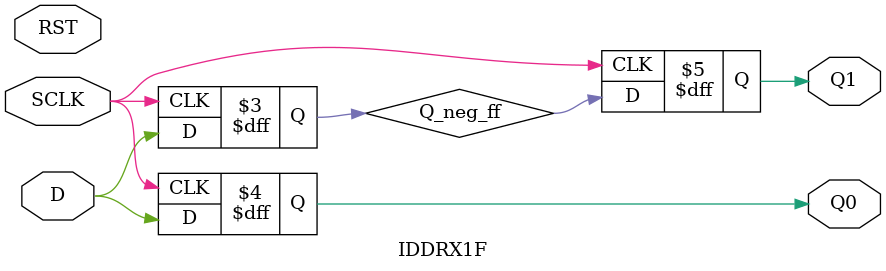
<source format=v>
/*
	Lattice FPGA User Guide states:

	D0 = First to be sent out
	D1 = Second to be sent out.

	Note sure right now if D0 == Rising Edge or Falling Edge.
*/

// ODDR1XF: Generic X1 ODDR implementation
// Lattice FPGA Libraries Reference Guide
module ODDRX1F
(
  output reg Q,     // 1-bit DDR output
  input wire SCLK,   // 1-bit clock input
  input wire D0,     // 1-bit data input (positive edge)
  input wire D1,     // 1-bit data input (negative edge)
  input wire RST     // 1-bit reset
);

reg D_neg_edge;

	always @(posedge SCLK) begin
			Q <= D0;
		D_neg_edge <= D1;
	end

	always @(negedge SCLK)
			Q <= D_neg_edge;

endmodule
// End of ODDR1XF_inst instantiation



// IDDR1XF: Generic X1 IDDR implementation
// Lattice FPGA Libraries Reference Guide
module IDDRX1F
(
  output reg Q0,     // 1-bit output for positive edge of clock
  output reg Q1,     // 1-bit output for negative edge of clock
  input wire SCLK,   // 1-bit clock input
  input wire D,      // 1-bit DDR data input
  input wire RST     // 1-bit reset
);

	reg Q_neg_ff;
	reg Q_pos_ff;
	

	always @(posedge SCLK) begin
		//Q_pos_ff <= D;
		//Q0 <= Q_pos_ff;
		Q0 <= D;
		Q1 <= Q_neg_ff;
	end

	always @(negedge SCLK)
		Q_neg_ff <= D;

endmodule



</source>
